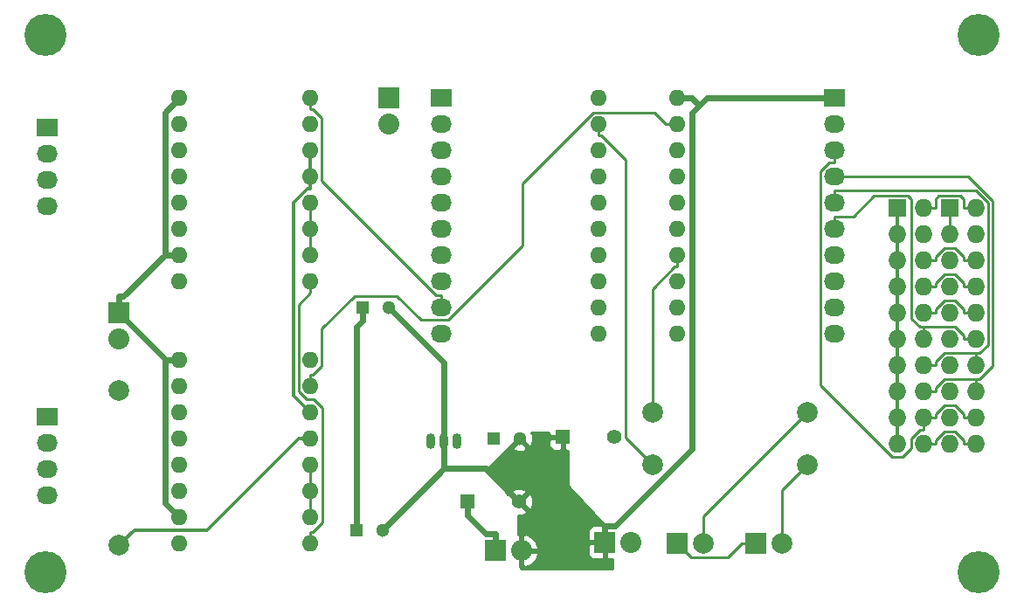
<source format=gbr>
G04 #@! TF.FileFunction,Copper,L2,Bot,Signal*
%FSLAX46Y46*%
G04 Gerber Fmt 4.6, Leading zero omitted, Abs format (unit mm)*
G04 Created by KiCad (PCBNEW (2015-08-25 BZR 6127, Git a813deb)-product) date 9/4/2015 10:59:33 PM*
%MOMM*%
G01*
G04 APERTURE LIST*
%ADD10C,0.100000*%
%ADD11R,2.032000X2.032000*%
%ADD12O,2.032000X2.032000*%
%ADD13R,1.400000X1.400000*%
%ADD14C,1.400000*%
%ADD15R,1.300000X1.300000*%
%ADD16C,1.300000*%
%ADD17R,2.000000X2.000000*%
%ADD18C,2.000000*%
%ADD19R,2.032000X1.727200*%
%ADD20O,2.032000X1.727200*%
%ADD21R,1.727200X1.727200*%
%ADD22O,1.727200X1.727200*%
%ADD23C,1.998980*%
%ADD24O,1.600000X1.600000*%
%ADD25O,0.899160X1.501140*%
%ADD26C,4.064000*%
%ADD27C,0.600000*%
%ADD28C,0.300000*%
%ADD29C,0.250000*%
%ADD30C,0.254000*%
G04 APERTURE END LIST*
D10*
D11*
X113460000Y-117000000D03*
D12*
X116000000Y-117000000D03*
D13*
X110744000Y-112268000D03*
D14*
X115744000Y-112268000D03*
D13*
X120000000Y-106000000D03*
D14*
X125000000Y-106000000D03*
D15*
X113300000Y-106140000D03*
D16*
X115800000Y-106140000D03*
D15*
X100000000Y-115000000D03*
D16*
X102500000Y-115000000D03*
D15*
X100600000Y-93440000D03*
D16*
X103100000Y-93440000D03*
D17*
X138700000Y-116300000D03*
D18*
X141240000Y-116300000D03*
D17*
X131080000Y-116300000D03*
D18*
X133620000Y-116300000D03*
D11*
X103140000Y-73120000D03*
D12*
X103140000Y-75660000D03*
D11*
X76962000Y-93980000D03*
D12*
X76962000Y-96520000D03*
D19*
X108220000Y-73120000D03*
D20*
X108220000Y-75660000D03*
X108220000Y-78200000D03*
X108220000Y-80740000D03*
X108220000Y-83280000D03*
X108220000Y-85820000D03*
X108220000Y-88360000D03*
X108220000Y-90900000D03*
X108220000Y-93440000D03*
X108220000Y-95980000D03*
D19*
X146320000Y-73120000D03*
D20*
X146320000Y-75660000D03*
X146320000Y-78200000D03*
X146320000Y-80740000D03*
X146320000Y-83280000D03*
X146320000Y-85820000D03*
X146320000Y-88360000D03*
X146320000Y-90900000D03*
X146320000Y-93440000D03*
X146320000Y-95980000D03*
D21*
X157480000Y-83820000D03*
D22*
X160020000Y-83820000D03*
X157480000Y-86360000D03*
X160020000Y-86360000D03*
X157480000Y-88900000D03*
X160020000Y-88900000D03*
X157480000Y-91440000D03*
X160020000Y-91440000D03*
X157480000Y-93980000D03*
X160020000Y-93980000D03*
X157480000Y-96520000D03*
X160020000Y-96520000D03*
X157480000Y-99060000D03*
X160020000Y-99060000D03*
X157480000Y-101600000D03*
X160020000Y-101600000D03*
X157480000Y-104140000D03*
X160020000Y-104140000D03*
X157480000Y-106680000D03*
X160020000Y-106680000D03*
D21*
X152400000Y-83820000D03*
D22*
X154940000Y-83820000D03*
X152400000Y-86360000D03*
X154940000Y-86360000D03*
X152400000Y-88900000D03*
X154940000Y-88900000D03*
X152400000Y-91440000D03*
X154940000Y-91440000D03*
X152400000Y-93980000D03*
X154940000Y-93980000D03*
X152400000Y-96520000D03*
X154940000Y-96520000D03*
X152400000Y-99060000D03*
X154940000Y-99060000D03*
X152400000Y-101600000D03*
X154940000Y-101600000D03*
X152400000Y-104140000D03*
X154940000Y-104140000D03*
X152400000Y-106680000D03*
X154940000Y-106680000D03*
D19*
X70000000Y-76000000D03*
D20*
X70000000Y-78540000D03*
X70000000Y-81080000D03*
X70000000Y-83620000D03*
D19*
X70000000Y-104000000D03*
D20*
X70000000Y-106540000D03*
X70000000Y-109080000D03*
X70000000Y-111620000D03*
D23*
X128660000Y-108680000D03*
X143660000Y-108680000D03*
X128660000Y-103600000D03*
X143660000Y-103600000D03*
X77000000Y-116500000D03*
X77000000Y-101500000D03*
D24*
X123460000Y-73120000D03*
X123460000Y-75660000D03*
X123460000Y-78200000D03*
X123460000Y-80740000D03*
X123460000Y-83280000D03*
X123460000Y-85820000D03*
X123460000Y-88360000D03*
X123460000Y-90900000D03*
X123460000Y-93440000D03*
X123460000Y-95980000D03*
X131080000Y-95980000D03*
X131080000Y-93440000D03*
X131080000Y-90900000D03*
X131080000Y-88360000D03*
X131080000Y-85820000D03*
X131080000Y-83280000D03*
X131080000Y-80740000D03*
X131080000Y-78200000D03*
X131080000Y-75660000D03*
X131080000Y-73120000D03*
D25*
X108458000Y-106426000D03*
X109728000Y-106426000D03*
X107188000Y-106426000D03*
D24*
X82820000Y-73120000D03*
X82820000Y-75660000D03*
X82820000Y-78200000D03*
X82820000Y-80740000D03*
X82820000Y-83280000D03*
X82820000Y-85820000D03*
X82820000Y-88360000D03*
X82820000Y-90900000D03*
X95520000Y-90900000D03*
X95520000Y-88360000D03*
X95520000Y-85820000D03*
X95520000Y-83280000D03*
X95520000Y-80740000D03*
X95520000Y-78200000D03*
X95520000Y-75660000D03*
X95520000Y-73120000D03*
X82820000Y-98520000D03*
X82820000Y-101060000D03*
X82820000Y-103600000D03*
X82820000Y-106140000D03*
X82820000Y-108680000D03*
X82820000Y-111220000D03*
X82820000Y-113760000D03*
X82820000Y-116300000D03*
X95520000Y-116300000D03*
X95520000Y-113760000D03*
X95520000Y-111220000D03*
X95520000Y-108680000D03*
X95520000Y-106140000D03*
X95520000Y-103600000D03*
X95520000Y-101060000D03*
X95520000Y-98520000D03*
D11*
X124079000Y-116205000D03*
D12*
X126619000Y-116205000D03*
D26*
X69850000Y-67056000D03*
X160274000Y-67056000D03*
X69850000Y-119126000D03*
X160274000Y-119126000D03*
D27*
X112559400Y-115383700D02*
X113460000Y-115383700D01*
X110744000Y-113568300D02*
X112559400Y-115383700D01*
X110744000Y-112268000D02*
X110744000Y-113568300D01*
X113460000Y-117000000D02*
X113460000Y-115383700D01*
X100000000Y-95290300D02*
X100600000Y-94690300D01*
X100000000Y-115000000D02*
X100000000Y-95290300D01*
X100600000Y-93440000D02*
X100600000Y-94690300D01*
X82820000Y-98520000D02*
X81419700Y-98520000D01*
X124079000Y-116205000D02*
X124079000Y-114588700D01*
X81419700Y-112359700D02*
X81419700Y-98520000D01*
X82820000Y-113760000D02*
X81419700Y-112359700D01*
X81419700Y-98437700D02*
X76962000Y-93980000D01*
X81419700Y-98520000D02*
X81419700Y-98437700D01*
X82820000Y-88360000D02*
X81419700Y-88360000D01*
X76962000Y-93980000D02*
X76962000Y-92363700D01*
X77416000Y-92363700D02*
X81419700Y-88360000D01*
X76962000Y-92363700D02*
X77416000Y-92363700D01*
X81419700Y-74520300D02*
X82820000Y-73120000D01*
X81419700Y-88360000D02*
X81419700Y-74520300D01*
X131080000Y-73120000D02*
X132480300Y-73120000D01*
X132480300Y-73120000D02*
X133197900Y-73837500D01*
X133915400Y-73120000D02*
X133197900Y-73837500D01*
X146320000Y-73120000D02*
X133915400Y-73120000D01*
X125089200Y-114588700D02*
X124079000Y-114588700D01*
X132497700Y-107180200D02*
X125089200Y-114588700D01*
X132497700Y-74537700D02*
X132497700Y-107180200D01*
X133197900Y-73837500D02*
X132497700Y-74537700D01*
X108458000Y-98798000D02*
X108458000Y-106426000D01*
X103100000Y-93440000D02*
X108458000Y-98798000D01*
X115800000Y-106140000D02*
X112708000Y-109232000D01*
X112708000Y-109232000D02*
X115744000Y-112268000D01*
X108458000Y-106426000D02*
X108458000Y-107551800D01*
X112518000Y-109042000D02*
X112708000Y-109232000D01*
X108458000Y-109042000D02*
X112518000Y-109042000D01*
X108458000Y-107551800D02*
X108458000Y-109042000D01*
X108458000Y-109042000D02*
X102500000Y-115000000D01*
D28*
X95520000Y-78200000D02*
X95520000Y-80740000D01*
X152400000Y-106680000D02*
X152400000Y-104140000D01*
X152400000Y-104140000D02*
X152400000Y-101600000D01*
X152400000Y-101600000D02*
X152400000Y-99060000D01*
X152400000Y-99060000D02*
X152400000Y-96520000D01*
X152400000Y-96520000D02*
X152400000Y-93980000D01*
X152400000Y-93980000D02*
X152400000Y-91440000D01*
X152400000Y-91440000D02*
X152400000Y-88900000D01*
X152400000Y-88900000D02*
X152400000Y-86360000D01*
X152400000Y-86360000D02*
X152400000Y-83820000D01*
X95520000Y-80740000D02*
X95520000Y-81890300D01*
X95281600Y-81890300D02*
X95520000Y-81890300D01*
X93904200Y-83267700D02*
X95281600Y-81890300D01*
X93904200Y-101984200D02*
X93904200Y-83267700D01*
X95520000Y-103600000D02*
X93904200Y-101984200D01*
X78470000Y-115030000D02*
X77000000Y-116500000D01*
X85479700Y-115030000D02*
X78470000Y-115030000D01*
X94369700Y-106140000D02*
X85479700Y-115030000D01*
X95520000Y-106140000D02*
X94369700Y-106140000D01*
D29*
X141240000Y-111100000D02*
X141240000Y-116300000D01*
X143660000Y-108680000D02*
X141240000Y-111100000D01*
X133620000Y-113640000D02*
X133620000Y-116300000D01*
X143660000Y-103600000D02*
X133620000Y-113640000D01*
X95520000Y-111220000D02*
X95520000Y-113760000D01*
X95520000Y-111220000D02*
X95520000Y-108680000D01*
X95520000Y-83280000D02*
X95520000Y-85820000D01*
X95520000Y-85820000D02*
X95520000Y-88360000D01*
X123741300Y-76785300D02*
X123460000Y-76785300D01*
X126055300Y-79099300D02*
X123741300Y-76785300D01*
X126055300Y-106075300D02*
X126055300Y-79099300D01*
X128660000Y-108680000D02*
X126055300Y-106075300D01*
X123460000Y-75660000D02*
X123460000Y-76785300D01*
X158831100Y-82928300D02*
X158831100Y-83820000D01*
X158533900Y-82631100D02*
X158831100Y-82928300D01*
X156426100Y-82631100D02*
X158533900Y-82631100D01*
X156128900Y-82928300D02*
X156426100Y-82631100D01*
X156128900Y-83820000D02*
X156128900Y-82928300D01*
X154940000Y-83820000D02*
X156128900Y-83820000D01*
X160020000Y-83820000D02*
X158831100Y-83820000D01*
X158831100Y-88528400D02*
X158831100Y-88900000D01*
X158013800Y-87711100D02*
X158831100Y-88528400D01*
X156946300Y-87711100D02*
X158013800Y-87711100D01*
X156128900Y-88528500D02*
X156946300Y-87711100D01*
X156128900Y-88900000D02*
X156128900Y-88528500D01*
X154940000Y-88900000D02*
X156128900Y-88900000D01*
X160020000Y-88900000D02*
X158831100Y-88900000D01*
X158831100Y-91068400D02*
X158831100Y-91440000D01*
X158013800Y-90251100D02*
X158831100Y-91068400D01*
X156946300Y-90251100D02*
X158013800Y-90251100D01*
X156128900Y-91068500D02*
X156946300Y-90251100D01*
X156128900Y-91440000D02*
X156128900Y-91068500D01*
X154940000Y-91440000D02*
X156128900Y-91440000D01*
X160020000Y-91440000D02*
X158831100Y-91440000D01*
X158831100Y-93608400D02*
X158831100Y-93980000D01*
X158013800Y-92791100D02*
X158831100Y-93608400D01*
X156946300Y-92791100D02*
X158013800Y-92791100D01*
X156128900Y-93608500D02*
X156946300Y-92791100D01*
X156128900Y-93980000D02*
X156128900Y-93608500D01*
X154940000Y-93980000D02*
X156128900Y-93980000D01*
X160020000Y-93980000D02*
X158831100Y-93980000D01*
X94394700Y-93150600D02*
X95520000Y-92025300D01*
X94394700Y-101568800D02*
X94394700Y-93150600D01*
X95155900Y-102330000D02*
X94394700Y-101568800D01*
X95856500Y-102330000D02*
X95155900Y-102330000D01*
X96682500Y-103156000D02*
X95856500Y-102330000D01*
X96682500Y-114293500D02*
X96682500Y-103156000D01*
X95801300Y-115174700D02*
X96682500Y-114293500D01*
X95520000Y-115174700D02*
X95801300Y-115174700D01*
X95520000Y-116300000D02*
X95520000Y-115174700D01*
X95520000Y-90900000D02*
X95520000Y-92025300D01*
X107699900Y-92251100D02*
X108220000Y-92251100D01*
X96645300Y-81196500D02*
X107699900Y-92251100D01*
X96645300Y-75089200D02*
X96645300Y-81196500D01*
X95801400Y-74245300D02*
X96645300Y-75089200D01*
X95520000Y-74245300D02*
X95801400Y-74245300D01*
X95520000Y-73120000D02*
X95520000Y-74245300D01*
X108220000Y-93440000D02*
X108220000Y-92251100D01*
X128829400Y-74534700D02*
X129954700Y-75660000D01*
X122969300Y-74534700D02*
X128829400Y-74534700D01*
X116105700Y-81398300D02*
X122969300Y-74534700D01*
X116105700Y-87419700D02*
X116105700Y-81398300D01*
X108890200Y-94635200D02*
X116105700Y-87419700D01*
X106225900Y-94635200D02*
X108890200Y-94635200D01*
X103906000Y-92315300D02*
X106225900Y-94635200D01*
X99822500Y-92315300D02*
X103906000Y-92315300D01*
X96645300Y-95492500D02*
X99822500Y-92315300D01*
X96645300Y-99090800D02*
X96645300Y-95492500D01*
X95801400Y-99934700D02*
X96645300Y-99090800D01*
X95520000Y-99934700D02*
X95801400Y-99934700D01*
X95520000Y-101060000D02*
X95520000Y-99934700D01*
X131080000Y-75660000D02*
X129954700Y-75660000D01*
X158831100Y-103768400D02*
X158831100Y-104140000D01*
X158013800Y-102951100D02*
X158831100Y-103768400D01*
X156946300Y-102951100D02*
X158013800Y-102951100D01*
X156128900Y-103768500D02*
X156946300Y-102951100D01*
X156128900Y-104140000D02*
X156128900Y-103768500D01*
X154940000Y-104140000D02*
X156128900Y-104140000D01*
X160020000Y-104140000D02*
X158831100Y-104140000D01*
X154568400Y-105328900D02*
X154940000Y-105328900D01*
X153751100Y-106146200D02*
X154568400Y-105328900D01*
X153751100Y-107077500D02*
X153751100Y-106146200D01*
X152938500Y-107890100D02*
X153751100Y-107077500D01*
X151915300Y-107890100D02*
X152938500Y-107890100D01*
X144977300Y-100952100D02*
X151915300Y-107890100D01*
X144977300Y-80211500D02*
X144977300Y-100952100D01*
X145799900Y-79388900D02*
X144977300Y-80211500D01*
X146320000Y-79388900D02*
X145799900Y-79388900D01*
X146320000Y-78200000D02*
X146320000Y-79388900D01*
X154940000Y-104140000D02*
X154940000Y-105328900D01*
X160020000Y-101600000D02*
X160020000Y-100411100D01*
X156128900Y-101228400D02*
X156128900Y-101600000D01*
X156946200Y-100411100D02*
X156128900Y-101228400D01*
X160020000Y-100411100D02*
X156946200Y-100411100D01*
X154940000Y-101600000D02*
X156128900Y-101600000D01*
X160391500Y-100411100D02*
X160020000Y-100411100D01*
X161663200Y-99139400D02*
X160391500Y-100411100D01*
X161663200Y-83097000D02*
X161663200Y-99139400D01*
X159306200Y-80740000D02*
X161663200Y-83097000D01*
X146320000Y-80740000D02*
X159306200Y-80740000D01*
X160391600Y-97871100D02*
X160020000Y-97871100D01*
X161208900Y-97053800D02*
X160391600Y-97871100D01*
X161208900Y-83279600D02*
X161208900Y-97053800D01*
X160020400Y-82091100D02*
X161208900Y-83279600D01*
X146320000Y-82091100D02*
X160020400Y-82091100D01*
X146320000Y-83280000D02*
X146320000Y-82091100D01*
X160020000Y-99060000D02*
X160020000Y-97871100D01*
X156946200Y-97871100D02*
X160020000Y-97871100D01*
X156128900Y-98688400D02*
X156946200Y-97871100D01*
X156128900Y-99060000D02*
X156128900Y-98688400D01*
X154940000Y-99060000D02*
X156128900Y-99060000D01*
X146320000Y-85820000D02*
X146320000Y-84631100D01*
X154940000Y-96520000D02*
X154940000Y-95443700D01*
X154940000Y-95443700D02*
X154940000Y-95331100D01*
X158831100Y-96148400D02*
X158831100Y-96520000D01*
X158013800Y-95331100D02*
X158831100Y-96148400D01*
X154940000Y-95331100D02*
X158013800Y-95331100D01*
X160020000Y-96520000D02*
X158831100Y-96520000D01*
X154568400Y-95331100D02*
X154940000Y-95331100D01*
X153751100Y-94513800D02*
X154568400Y-95331100D01*
X153751100Y-82920600D02*
X153751100Y-94513800D01*
X153461500Y-82631000D02*
X153751100Y-82920600D01*
X150145800Y-82631000D02*
X153461500Y-82631000D01*
X148145700Y-84631100D02*
X150145800Y-82631000D01*
X146320000Y-84631100D02*
X148145700Y-84631100D01*
X128660000Y-91624000D02*
X128660000Y-103600000D01*
X130798700Y-89485300D02*
X128660000Y-91624000D01*
X131080000Y-89485300D02*
X130798700Y-89485300D01*
X131080000Y-88360000D02*
X131080000Y-89485300D01*
X158831100Y-106308400D02*
X158831100Y-106680000D01*
X158013800Y-105491100D02*
X158831100Y-106308400D01*
X156946300Y-105491100D02*
X158013800Y-105491100D01*
X156128900Y-106308500D02*
X156946300Y-105491100D01*
X156128900Y-106680000D02*
X156128900Y-106308500D01*
X154940000Y-106680000D02*
X156128900Y-106680000D01*
X160020000Y-106680000D02*
X158831100Y-106680000D01*
X157480000Y-86360000D02*
X157480000Y-83820000D01*
X132440900Y-117660900D02*
X131080000Y-116300000D01*
X136013800Y-117660900D02*
X132440900Y-117660900D01*
X137374700Y-116300000D02*
X136013800Y-117660900D01*
X138700000Y-116300000D02*
X137374700Y-116300000D01*
D30*
G36*
X118665000Y-105714250D02*
X118823750Y-105873000D01*
X119873000Y-105873000D01*
X119873000Y-105853000D01*
X120127000Y-105853000D01*
X120127000Y-105873000D01*
X120147000Y-105873000D01*
X120147000Y-106127000D01*
X120127000Y-106127000D01*
X120127000Y-107176250D01*
X120285750Y-107335000D01*
X120523000Y-107335000D01*
X120523000Y-110744000D01*
X120533006Y-110793410D01*
X120557669Y-110831201D01*
X124073645Y-114554000D01*
X123951998Y-114554000D01*
X123951998Y-114712748D01*
X123793250Y-114554000D01*
X122936690Y-114554000D01*
X122703301Y-114650673D01*
X122524673Y-114829302D01*
X122428000Y-115062691D01*
X122428000Y-115919250D01*
X122586750Y-116078000D01*
X123952000Y-116078000D01*
X123952000Y-116058000D01*
X124206000Y-116058000D01*
X124206000Y-116078000D01*
X124226000Y-116078000D01*
X124226000Y-116332000D01*
X124206000Y-116332000D01*
X124206000Y-117697250D01*
X124364750Y-117856000D01*
X124841000Y-117856000D01*
X124841000Y-118745000D01*
X115909984Y-118745000D01*
X115817122Y-118512846D01*
X115873000Y-118486836D01*
X115873000Y-117127000D01*
X116127000Y-117127000D01*
X116127000Y-118486836D01*
X116382944Y-118605975D01*
X116864818Y-118406385D01*
X117337188Y-117968379D01*
X117605983Y-117382946D01*
X117487367Y-117127000D01*
X116127000Y-117127000D01*
X115873000Y-117127000D01*
X115853000Y-117127000D01*
X115853000Y-116873000D01*
X115873000Y-116873000D01*
X115873000Y-115513164D01*
X116127000Y-115513164D01*
X116127000Y-116873000D01*
X117487367Y-116873000D01*
X117605983Y-116617054D01*
X117547992Y-116490750D01*
X122428000Y-116490750D01*
X122428000Y-117347309D01*
X122524673Y-117580698D01*
X122703301Y-117759327D01*
X122936690Y-117856000D01*
X123793250Y-117856000D01*
X123952000Y-117697250D01*
X123952000Y-116332000D01*
X122586750Y-116332000D01*
X122428000Y-116490750D01*
X117547992Y-116490750D01*
X117337188Y-116031621D01*
X116864818Y-115593615D01*
X116382944Y-115394025D01*
X116127000Y-115513164D01*
X115873000Y-115513164D01*
X115697000Y-115431238D01*
X115697000Y-113607509D01*
X116081440Y-113586664D01*
X116437831Y-113439042D01*
X116499669Y-113203275D01*
X115744000Y-112447605D01*
X115729858Y-112461748D01*
X115550253Y-112282143D01*
X115564395Y-112268000D01*
X115923605Y-112268000D01*
X116679275Y-113023669D01*
X116915042Y-112961831D01*
X117091419Y-112460878D01*
X117062664Y-111930560D01*
X116915042Y-111574169D01*
X116679275Y-111512331D01*
X115923605Y-112268000D01*
X115564395Y-112268000D01*
X114808725Y-111512331D01*
X114645857Y-111555049D01*
X114482820Y-111332725D01*
X114988331Y-111332725D01*
X115744000Y-112088395D01*
X116499669Y-111332725D01*
X116437831Y-111096958D01*
X115936878Y-110920581D01*
X115406560Y-110949336D01*
X115050169Y-111096958D01*
X114988331Y-111332725D01*
X114482820Y-111332725D01*
X112937998Y-109226150D01*
X114812684Y-107039016D01*
X115080590Y-107039016D01*
X115136271Y-107269611D01*
X115619078Y-107437622D01*
X116129428Y-107408083D01*
X116463729Y-107269611D01*
X116519410Y-107039016D01*
X115800000Y-106319605D01*
X115080590Y-107039016D01*
X114812684Y-107039016D01*
X115360520Y-106399875D01*
X115620395Y-106140000D01*
X115606253Y-106125858D01*
X115785858Y-105946253D01*
X115800000Y-105960395D01*
X115814142Y-105946252D01*
X115993748Y-106125858D01*
X115979605Y-106140000D01*
X116699016Y-106859410D01*
X116929611Y-106803729D01*
X117097622Y-106320922D01*
X117095587Y-106285750D01*
X118665000Y-106285750D01*
X118665000Y-106826310D01*
X118761673Y-107059699D01*
X118940302Y-107238327D01*
X119173691Y-107335000D01*
X119714250Y-107335000D01*
X119873000Y-107176250D01*
X119873000Y-106127000D01*
X118823750Y-106127000D01*
X118665000Y-106285750D01*
X117095587Y-106285750D01*
X117068083Y-105810572D01*
X116954766Y-105537000D01*
X118665000Y-105537000D01*
X118665000Y-105714250D01*
X118665000Y-105714250D01*
G37*
X118665000Y-105714250D02*
X118823750Y-105873000D01*
X119873000Y-105873000D01*
X119873000Y-105853000D01*
X120127000Y-105853000D01*
X120127000Y-105873000D01*
X120147000Y-105873000D01*
X120147000Y-106127000D01*
X120127000Y-106127000D01*
X120127000Y-107176250D01*
X120285750Y-107335000D01*
X120523000Y-107335000D01*
X120523000Y-110744000D01*
X120533006Y-110793410D01*
X120557669Y-110831201D01*
X124073645Y-114554000D01*
X123951998Y-114554000D01*
X123951998Y-114712748D01*
X123793250Y-114554000D01*
X122936690Y-114554000D01*
X122703301Y-114650673D01*
X122524673Y-114829302D01*
X122428000Y-115062691D01*
X122428000Y-115919250D01*
X122586750Y-116078000D01*
X123952000Y-116078000D01*
X123952000Y-116058000D01*
X124206000Y-116058000D01*
X124206000Y-116078000D01*
X124226000Y-116078000D01*
X124226000Y-116332000D01*
X124206000Y-116332000D01*
X124206000Y-117697250D01*
X124364750Y-117856000D01*
X124841000Y-117856000D01*
X124841000Y-118745000D01*
X115909984Y-118745000D01*
X115817122Y-118512846D01*
X115873000Y-118486836D01*
X115873000Y-117127000D01*
X116127000Y-117127000D01*
X116127000Y-118486836D01*
X116382944Y-118605975D01*
X116864818Y-118406385D01*
X117337188Y-117968379D01*
X117605983Y-117382946D01*
X117487367Y-117127000D01*
X116127000Y-117127000D01*
X115873000Y-117127000D01*
X115853000Y-117127000D01*
X115853000Y-116873000D01*
X115873000Y-116873000D01*
X115873000Y-115513164D01*
X116127000Y-115513164D01*
X116127000Y-116873000D01*
X117487367Y-116873000D01*
X117605983Y-116617054D01*
X117547992Y-116490750D01*
X122428000Y-116490750D01*
X122428000Y-117347309D01*
X122524673Y-117580698D01*
X122703301Y-117759327D01*
X122936690Y-117856000D01*
X123793250Y-117856000D01*
X123952000Y-117697250D01*
X123952000Y-116332000D01*
X122586750Y-116332000D01*
X122428000Y-116490750D01*
X117547992Y-116490750D01*
X117337188Y-116031621D01*
X116864818Y-115593615D01*
X116382944Y-115394025D01*
X116127000Y-115513164D01*
X115873000Y-115513164D01*
X115697000Y-115431238D01*
X115697000Y-113607509D01*
X116081440Y-113586664D01*
X116437831Y-113439042D01*
X116499669Y-113203275D01*
X115744000Y-112447605D01*
X115729858Y-112461748D01*
X115550253Y-112282143D01*
X115564395Y-112268000D01*
X115923605Y-112268000D01*
X116679275Y-113023669D01*
X116915042Y-112961831D01*
X117091419Y-112460878D01*
X117062664Y-111930560D01*
X116915042Y-111574169D01*
X116679275Y-111512331D01*
X115923605Y-112268000D01*
X115564395Y-112268000D01*
X114808725Y-111512331D01*
X114645857Y-111555049D01*
X114482820Y-111332725D01*
X114988331Y-111332725D01*
X115744000Y-112088395D01*
X116499669Y-111332725D01*
X116437831Y-111096958D01*
X115936878Y-110920581D01*
X115406560Y-110949336D01*
X115050169Y-111096958D01*
X114988331Y-111332725D01*
X114482820Y-111332725D01*
X112937998Y-109226150D01*
X114812684Y-107039016D01*
X115080590Y-107039016D01*
X115136271Y-107269611D01*
X115619078Y-107437622D01*
X116129428Y-107408083D01*
X116463729Y-107269611D01*
X116519410Y-107039016D01*
X115800000Y-106319605D01*
X115080590Y-107039016D01*
X114812684Y-107039016D01*
X115360520Y-106399875D01*
X115620395Y-106140000D01*
X115606253Y-106125858D01*
X115785858Y-105946253D01*
X115800000Y-105960395D01*
X115814142Y-105946252D01*
X115993748Y-106125858D01*
X115979605Y-106140000D01*
X116699016Y-106859410D01*
X116929611Y-106803729D01*
X117097622Y-106320922D01*
X117095587Y-106285750D01*
X118665000Y-106285750D01*
X118665000Y-106826310D01*
X118761673Y-107059699D01*
X118940302Y-107238327D01*
X119173691Y-107335000D01*
X119714250Y-107335000D01*
X119873000Y-107176250D01*
X119873000Y-106127000D01*
X118823750Y-106127000D01*
X118665000Y-106285750D01*
X117095587Y-106285750D01*
X117068083Y-105810572D01*
X116954766Y-105537000D01*
X118665000Y-105537000D01*
X118665000Y-105714250D01*
M02*

</source>
